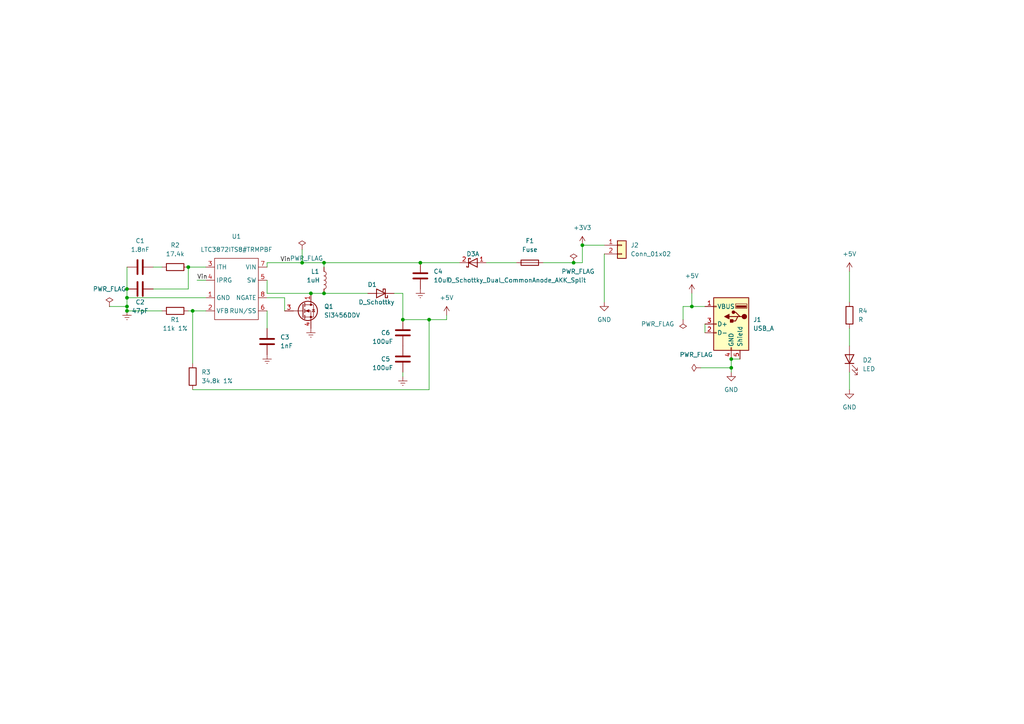
<source format=kicad_sch>
(kicad_sch (version 20211123) (generator eeschema)
  (paper "A4")
  (lib_symbols
    (symbol "Connector:USB_A" (pin_names (offset 1.016))
      (property "Reference" "J" (at -5.08 11.43 0))
      (property "Value" "USB_A" (at -5.08 8.89 0))
      (symbol "USB_A_0_1"
        (rectangle (start -5.08 -7.62) (end 5.08 7.62) (stroke (width 0.254)) (fill (type background)))
        (circle (center -3.81 2.159) (radius 0.635) (stroke (width 0.254)) (fill (type outline)))
        (rectangle (start -1.524 4.826) (end -4.318 5.334) (fill (type outline)))
        (rectangle (start -1.27 4.572) (end -4.572 5.842))
        (circle (center -0.635 3.429) (radius 0.381) (stroke (width 0.254)) (fill (type outline)))
        (rectangle (start -0.127 -7.62) (end 0.127 -6.858))
        (polyline (pts (xy -3.175 2.159) (xy -2.54 2.159) (xy -1.27 3.429) (xy -0.635 3.429)) (stroke (width 0.254)))
        (polyline (pts (xy -2.54 2.159) (xy -1.905 2.159) (xy -1.27 0.889) (xy 0 0.889)) (stroke (width 0.254)))
        (polyline (pts (xy 0.635 2.794) (xy 0.635 1.524) (xy 1.905 2.159) (xy 0.635 2.794)) (stroke (width 0.254)) (fill (type outline)))
        (rectangle (start 0.254 1.27) (end -0.508 0.508) (stroke (width 0.254)) (fill (type outline)))
        (rectangle (start 5.08 -2.667) (end 4.318 -2.413))
        (rectangle (start 5.08 -0.127) (end 4.318 0.127))
        (rectangle (start 5.08 4.953) (end 4.318 5.207))
      )
      (symbol "USB_A_1_1"
        (polyline (pts (xy -1.905 2.159) (xy 0.635 2.159)) (stroke (width 0.254)))
        (pin power_in line (at 7.62 5.08 180) (length 2.54) (name "VBUS") (number "1"))
        (pin bidirectional line (at 7.62 -2.54 180) (length 2.54) (name "D-") (number "2"))
        (pin bidirectional line (at 7.62 0 180) (length 2.54) (name "D+") (number "3"))
        (pin power_in line (at 0 -10.16 90) (length 2.54) (name "GND") (number "4"))
        (pin passive line (at -2.54 -10.16 90) (length 2.54) (name "Shield") (number "5"))
      )
    )
    (symbol "Connector_Generic:Conn_01x02" (pin_names (offset 1.016) hide)
      (property "Reference" "J" (at 0 2.54 0))
      (property "Value" "Conn_01x02" (at 0 -5.08 0))
      (symbol "Conn_01x02_1_1"
        (rectangle (start -1.27 -2.413) (end 0 -2.667) (stroke (width 0.1524)))
        (rectangle (start -1.27 0.127) (end 0 -0.127) (stroke (width 0.1524)))
        (rectangle (start -1.27 1.27) (end 1.27 -3.81) (stroke (width 0.254)) (fill (type background)))
        (pin passive line (at -5.08 0 0) (length 3.81) (name "Pin_1") (number "1"))
        (pin passive line (at -5.08 -2.54 0) (length 3.81) (name "Pin_2") (number "2"))
      )
    )
    (symbol "Device:C" (pin_numbers hide) (pin_names (offset 0.254))
      (property "Reference" "C" (at 0.635 2.54 0))
      (property "Value" "C" (at 0.635 -2.54 0))
      (symbol "C_0_1"
        (polyline (pts (xy -2.032 -0.762) (xy 2.032 -0.762)) (stroke (width 0.508)))
        (polyline (pts (xy -2.032 0.762) (xy 2.032 0.762)) (stroke (width 0.508)))
      )
      (symbol "C_1_1"
        (pin passive line (at 0 3.81 270) (length 2.794) (name "~") (number "1"))
        (pin passive line (at 0 -3.81 90) (length 2.794) (name "~") (number "2"))
      )
    )
    (symbol "Device:D_Schottky" (pin_numbers hide) (pin_names (offset 1.016) hide)
      (property "Reference" "D" (at 0 2.54 0))
      (property "Value" "D_Schottky" (at 0 -2.54 0))
      (symbol "D_Schottky_0_1"
        (polyline (pts (xy 1.27 0) (xy -1.27 0)))
        (polyline (pts (xy 1.27 1.27) (xy 1.27 -1.27) (xy -1.27 0) (xy 1.27 1.27)) (stroke (width 0.254)))
        (polyline (pts (xy -1.905 0.635) (xy -1.905 1.27) (xy -1.27 1.27) (xy -1.27 -1.27) (xy -0.635 -1.27) (xy -0.635 -0.635)) (stroke (width 0.254)))
      )
      (symbol "D_Schottky_1_1"
        (pin passive line (at -3.81 0 0) (length 2.54) (name "K") (number "1"))
        (pin passive line (at 3.81 0 180) (length 2.54) (name "A") (number "2"))
      )
    )
    (symbol "Device:D_Schottky_Dual_CommonAnode_AKK_Split" (pin_names (offset 0.762) hide)
      (property "Reference" "D" (at 0 2.54 0))
      (property "Value" "D_Schottky_Dual_CommonAnode_AKK_Split" (at 0 -2.54 0))
      (symbol "D_Schottky_Dual_CommonAnode_AKK_Split_0_1"
        (polyline (pts (xy -1.27 1.27) (xy 1.27 0) (xy -1.27 -1.27) (xy -1.27 1.27) (xy -1.27 1.27) (xy -1.27 1.27)) (stroke (width 0.254)))
        (polyline (pts (xy 1.778 1.016) (xy 1.778 1.27) (xy 1.27 1.27) (xy 1.27 -1.27) (xy 0.762 -1.27) (xy 0.762 -1.016)) (stroke (width 0.254)))
      )
      (symbol "D_Schottky_Dual_CommonAnode_AKK_Split_1_1"
        (polyline (pts (xy 1.27 0) (xy -1.27 0)))
        (pin passive line (at -3.81 0 0) (length 2.54) (name "A") (number "1"))
        (pin passive line (at 3.81 0 180) (length 2.54) (name "K") (number "2"))
      )
      (symbol "D_Schottky_Dual_CommonAnode_AKK_Split_2_0"
        (polyline (pts (xy 1.27 0) (xy -3.81 0)))
        (text "1" (at -2.54 1.27 0) (effects (font (size 1.27 1.27))))
      )
      (symbol "D_Schottky_Dual_CommonAnode_AKK_Split_2_1"
        (pin passive line (at 3.81 0 180) (length 2.54) (name "K") (number "3"))
      )
    )
    (symbol "Device:Fuse" (pin_numbers hide) (pin_names (offset 0))
      (property "Reference" "F" (at 2.032 0 90))
      (property "Value" "Fuse" (at -1.905 0 90))
      (symbol "Fuse_0_1"
        (rectangle (start -0.762 -2.54) (end 0.762 2.54) (stroke (width 0.254)))
        (polyline (pts (xy 0 2.54) (xy 0 -2.54)))
      )
      (symbol "Fuse_1_1"
        (pin passive line (at 0 3.81 270) (length 1.27) (name "~") (number "1"))
        (pin passive line (at 0 -3.81 90) (length 1.27) (name "~") (number "2"))
      )
    )
    (symbol "Device:L" (pin_numbers hide) (pin_names (offset 1.016) hide)
      (property "Reference" "L" (at -1.27 0 90))
      (property "Value" "L" (at 1.905 0 90))
      (symbol "L_0_1"
        (arc (start 0 -2.54) (mid 0.635 -1.905) (end 0 -1.27))
        (arc (start 0 -1.27) (mid 0.635 -0.635) (end 0 0))
        (arc (start 0 0) (mid 0.635 0.635) (end 0 1.27))
        (arc (start 0 1.27) (mid 0.635 1.905) (end 0 2.54))
      )
      (symbol "L_1_1"
        (pin passive line (at 0 3.81 270) (length 1.27) (name "1") (number "1"))
        (pin passive line (at 0 -3.81 90) (length 1.27) (name "2") (number "2"))
      )
    )
    (symbol "Device:LED" (pin_numbers hide) (pin_names (offset 1.016) hide)
      (property "Reference" "D" (at 0 2.54 0))
      (property "Value" "LED" (at 0 -2.54 0))
      (symbol "LED_0_1"
        (polyline (pts (xy -1.27 -1.27) (xy -1.27 1.27)) (stroke (width 0.254)))
        (polyline (pts (xy -1.27 0) (xy 1.27 0)))
        (polyline (pts (xy 1.27 -1.27) (xy 1.27 1.27) (xy -1.27 0) (xy 1.27 -1.27)) (stroke (width 0.254)))
        (polyline (pts (xy -3.048 -0.762) (xy -4.572 -2.286) (xy -3.81 -2.286) (xy -4.572 -2.286) (xy -4.572 -1.524)))
        (polyline (pts (xy -1.778 -0.762) (xy -3.302 -2.286) (xy -2.54 -2.286) (xy -3.302 -2.286) (xy -3.302 -1.524)))
      )
      (symbol "LED_1_1"
        (pin passive line (at -3.81 0 0) (length 2.54) (name "K") (number "1"))
        (pin passive line (at 3.81 0 180) (length 2.54) (name "A") (number "2"))
      )
    )
    (symbol "Device:R" (pin_numbers hide) (pin_names (offset 0))
      (property "Reference" "R" (at 2.032 0 90))
      (property "Value" "R" (at 0 0 90))
      (symbol "R_0_1"
        (rectangle (start -1.016 -2.54) (end 1.016 2.54) (stroke (width 0.254)))
      )
      (symbol "R_1_1"
        (pin passive line (at 0 3.81 270) (length 1.27) (name "~") (number "1"))
        (pin passive line (at 0 -3.81 90) (length 1.27) (name "~") (number "2"))
      )
    )
    (symbol "New_Library_1:LTC3872ITS8#TRMPBF"
      (property "Reference" "U1" (at 0 15.24 0))
      (property "Value" "LTC3872ITS8#TRMPBF" (at 0 11.43 0))
      (symbol "LTC3872ITS8#TRMPBF_0_1"
        (rectangle (start -6.35 8.89) (end 6.35 -8.89))
      )
      (symbol "LTC3872ITS8#TRMPBF_1_1"
        (pin power_in line (at -8.89 -2.54 0) (length 2.54) (name "GND") (number "1"))
        (pin input line (at -8.89 -6.35 0) (length 2.54) (name "VFB") (number "2"))
        (pin input line (at -8.89 6.35 0) (length 2.54) (name "ITH") (number "3"))
        (pin input line (at -8.89 2.54 0) (length 2.54) (name "IPRG") (number "4"))
        (pin output line (at 8.89 2.54 180) (length 2.54) (name "SW") (number "5"))
        (pin input line (at 8.89 -6.35 180) (length 2.54) (name "RUN/SS") (number "6"))
        (pin power_in line (at 8.89 6.35 180) (length 2.54) (name "VIN") (number "7"))
        (pin passive line (at 8.89 -2.54 180) (length 2.54) (name "NGATE") (number "8"))
      )
    )
    (symbol "Transistor_FET:Si3456DDV" (pin_names hide)
      (property "Reference" "Q" (at 5.08 1.905 0))
      (property "Value" "Si3456DDV" (at 5.08 0 0))
      (symbol "Si3456DDV_0_1"
        (polyline (pts (xy 0.254 0) (xy -2.54 0)))
        (polyline (pts (xy 0.254 1.905) (xy 0.254 -1.905)) (stroke (width 0.254)))
        (polyline (pts (xy 0.762 -1.27) (xy 0.762 -2.286)) (stroke (width 0.254)))
        (polyline (pts (xy 0.762 0.508) (xy 0.762 -0.508)) (stroke (width 0.254)))
        (polyline (pts (xy 0.762 2.286) (xy 0.762 1.27)) (stroke (width 0.254)))
        (polyline (pts (xy 2.54 2.54) (xy 2.54 1.778)))
        (polyline (pts (xy 2.921 0.381) (xy 3.683 0.381)))
        (polyline (pts (xy 2.54 -2.54) (xy 2.54 0) (xy 0.762 0)))
        (polyline (pts (xy 0.762 -1.778) (xy 3.302 -1.778) (xy 3.302 1.778) (xy 0.762 1.778)))
        (polyline (pts (xy 1.016 0) (xy 2.032 0.381) (xy 2.032 -0.381) (xy 1.016 0)) (fill (type outline)))
        (polyline (pts (xy 3.302 0.381) (xy 2.921 -0.254) (xy 3.683 -0.254) (xy 3.302 0.381)))
        (circle (center 1.651 0) (radius 2.794) (stroke (width 0.254)))
        (circle (center 2.54 -1.778) (radius 0.254) (fill (type outline)))
        (circle (center 2.54 1.778) (radius 0.254) (fill (type outline)))
      )
      (symbol "Si3456DDV_1_1"
        (pin passive line (at 2.54 5.08 270) (length 2.54) (name "D") (number "1"))
        (pin passive line (at 2.54 5.08 270) (length 2.54) hide (name "D") (number "2"))
        (pin input line (at -5.08 0 0) (length 2.54) (name "G") (number "3"))
        (pin passive line (at 2.54 -5.08 90) (length 2.54) (name "S") (number "4"))
        (pin passive line (at 2.54 5.08 270) (length 2.54) hide (name "D") (number "5"))
        (pin passive line (at 2.54 5.08 270) (length 2.54) hide (name "D") (number "6"))
      )
    )
    (symbol "power:+3.3V" (power) (pin_names (offset 0))
      (property "Value" "+3.3V" (at 0 3.556 0))
      (symbol "+3.3V_0_1"
        (polyline (pts (xy -0.762 1.27) (xy 0 2.54)))
        (polyline (pts (xy 0 0) (xy 0 2.54)))
        (polyline (pts (xy 0 2.54) (xy 0.762 1.27)))
      )
      (symbol "+3.3V_1_1"
        (pin power_in line (at 0 0 90) (length 0) hide (name "+3V3") (number "1"))
      )
    )
    (symbol "power:+5V" (power) (pin_names (offset 0))
      (property "Value" "+5V" (at 0 3.556 0))
      (symbol "+5V_0_1"
        (polyline (pts (xy -0.762 1.27) (xy 0 2.54)))
        (polyline (pts (xy 0 0) (xy 0 2.54)))
        (polyline (pts (xy 0 2.54) (xy 0.762 1.27)))
      )
      (symbol "+5V_1_1"
        (pin power_in line (at 0 0 90) (length 0) hide (name "+5V") (number "1"))
      )
    )
    (symbol "power:Earth" (power) (pin_names (offset 0))
      (symbol "Earth_0_1"
        (polyline (pts (xy -0.635 -1.905) (xy 0.635 -1.905)))
        (polyline (pts (xy -0.127 -2.54) (xy 0.127 -2.54)))
        (polyline (pts (xy 0 -1.27) (xy 0 0)))
        (polyline (pts (xy 1.27 -1.27) (xy -1.27 -1.27)))
      )
      (symbol "Earth_1_1"
        (pin power_in line (at 0 0 270) (length 0) hide (name "Earth") (number "1"))
      )
    )
    (symbol "power:GND" (power) (pin_names (offset 0))
      (property "Value" "GND" (at 0 -3.81 0))
      (symbol "GND_0_1"
        (polyline (pts (xy 0 0) (xy 0 -1.27) (xy 1.27 -1.27) (xy 0 -2.54) (xy -1.27 -1.27) (xy 0 -1.27)))
      )
      (symbol "GND_1_1"
        (pin power_in line (at 0 0 270) (length 0) hide (name "GND") (number "1"))
      )
    )
    (symbol "power:PWR_FLAG" (power) (pin_numbers hide) (pin_names (offset 0) hide)
      (property "Value" "PWR_FLAG" (at 0 3.81 0))
      (symbol "PWR_FLAG_0_0"
        (pin power_out line (at 0 0 90) (length 0) (name "pwr") (number "1"))
      )
      (symbol "PWR_FLAG_0_1"
        (polyline (pts (xy 0 0) (xy 0 1.27) (xy -1.016 1.905) (xy 0 2.54) (xy 1.016 1.905) (xy 0 1.27)))
      )
    )
  )
  (junction (at 36.83 83.82))
  (junction (at 200.66 88.9))
  (junction (at 212.09 106.68))
  (junction (at 90.17 85.09))
  (junction (at 36.83 90.17))
  (junction (at 36.83 88.9))
  (junction (at 124.46 92.71))
  (junction (at 36.83 86.36))
  (junction (at 55.88 90.17))
  (junction (at 166.37 76.2))
  (junction (at 168.91 71.12))
  (junction (at 87.63 76.2))
  (junction (at 93.98 85.09))
  (junction (at 121.92 76.2))
  (junction (at 116.84 92.71))
  (junction (at 54.61 77.47))
  (junction (at 212.09 104.14))
  (junction (at 93.98 76.2))
  (wire (pts (xy 140.97 76.2) (xy 149.86 76.2)))
  (wire (pts (xy 77.47 85.09) (xy 77.47 81.28)))
  (wire (pts (xy 246.38 113.03) (xy 246.38 107.95)))
  (wire (pts (xy 55.88 90.17) (xy 55.88 105.41)))
  (wire (pts (xy 54.61 83.82) (xy 54.61 77.47)))
  (wire (pts (xy 175.26 73.66) (xy 175.26 87.63)))
  (wire (pts (xy 55.88 113.03) (xy 124.46 113.03)))
  (wire (pts (xy 212.09 106.68) (xy 212.09 107.95)))
  (wire (pts (xy 55.88 90.17) (xy 59.69 90.17)))
  (wire (pts (xy 54.61 77.47) (xy 59.69 77.47)))
  (wire (pts (xy 44.45 77.47) (xy 46.99 77.47)))
  (wire (pts (xy 175.26 71.12) (xy 168.91 71.12)))
  (wire (pts (xy 54.61 90.17) (xy 55.88 90.17)))
  (wire (pts (xy 77.47 76.2) (xy 77.47 77.47)))
  (wire (pts (xy 77.47 85.09) (xy 90.17 85.09)))
  (wire (pts (xy 168.91 71.12) (xy 168.91 76.2)))
  (wire (pts (xy 121.92 76.2) (xy 133.35 76.2)))
  (wire (pts (xy 87.63 72.39) (xy 87.63 76.2)))
  (wire (pts (xy 57.15 81.28) (xy 59.69 81.28)))
  (wire (pts (xy 114.3 85.09) (xy 116.84 85.09)))
  (wire (pts (xy 44.45 83.82) (xy 54.61 83.82)))
  (wire (pts (xy 93.98 85.09) (xy 106.68 85.09)))
  (wire (pts (xy 200.66 85.09) (xy 200.66 88.9)))
  (wire (pts (xy 46.99 90.17) (xy 36.83 90.17)))
  (wire (pts (xy 212.09 104.14) (xy 214.63 104.14)))
  (wire (pts (xy 124.46 113.03) (xy 124.46 92.71)))
  (wire (pts (xy 198.12 92.71) (xy 198.12 88.9)))
  (wire (pts (xy 93.98 76.2) (xy 121.92 76.2)))
  (wire (pts (xy 157.48 76.2) (xy 166.37 76.2)))
  (wire (pts (xy 116.84 92.71) (xy 124.46 92.71)))
  (wire (pts (xy 36.83 83.82) (xy 36.83 86.36)))
  (wire (pts (xy 200.66 88.9) (xy 198.12 88.9)))
  (wire (pts (xy 31.75 88.9) (xy 36.83 88.9)))
  (wire (pts (xy 77.47 86.36) (xy 82.55 86.36)))
  (wire (pts (xy 36.83 88.9) (xy 36.83 90.17)))
  (wire (pts (xy 82.55 86.36) (xy 82.55 90.17)))
  (wire (pts (xy 93.98 76.2) (xy 93.98 77.47)))
  (wire (pts (xy 203.2 106.68) (xy 212.09 106.68)))
  (wire (pts (xy 90.17 85.09) (xy 93.98 85.09)))
  (wire (pts (xy 212.09 104.14) (xy 212.09 106.68)))
  (wire (pts (xy 246.38 78.74) (xy 246.38 87.63)))
  (wire (pts (xy 36.83 86.36) (xy 59.69 86.36)))
  (wire (pts (xy 77.47 90.17) (xy 77.47 95.25)))
  (wire (pts (xy 124.46 92.71) (xy 129.54 92.71)))
  (wire (pts (xy 246.38 95.25) (xy 246.38 100.33)))
  (wire (pts (xy 77.47 76.2) (xy 87.63 76.2)))
  (wire (pts (xy 36.83 86.36) (xy 36.83 88.9)))
  (wire (pts (xy 36.83 77.47) (xy 36.83 83.82)))
  (wire (pts (xy 129.54 91.44) (xy 129.54 92.71)))
  (wire (pts (xy 116.84 109.22) (xy 116.84 107.95)))
  (wire (pts (xy 204.47 93.98) (xy 204.47 96.52)))
  (wire (pts (xy 204.47 88.9) (xy 200.66 88.9)))
  (wire (pts (xy 87.63 76.2) (xy 93.98 76.2)))
  (wire (pts (xy 168.91 76.2) (xy 166.37 76.2)))
  (wire (pts (xy 116.84 85.09) (xy 116.84 92.71)))
  (label "Vin" (at 57.15 81.28 0))
  (label "Vin" (at 81.28 76.2 0))
  (symbol (lib_id "Device:R") (at 246.38 91.44 0) (unit 1)
    (property "Reference" "R4" (at 248.92 90.1699 0) (effects (justify left)))
    (property "Value" "R" (at 248.92 92.7099 0) (effects (justify left)))
  )
  (symbol (lib_id "Device:D_Schottky_Dual_CommonAnode_AKK_Split") (at 137.16 76.2 180) (unit 1)
    (property "Reference" "D3" (at 137.16 73.66 0))
    (property "Value" "D_Schottky_Dual_CommonAnode_AKK_Split" (at 149.86 81.28 0))
  )
  (symbol (lib_id "Connector:USB_A") (at 212.09 93.98 0) (mirror y) (unit 1)
    (property "Reference" "J1" (at 218.44 92.7099 0) (effects (justify right)))
    (property "Value" "USB_A" (at 218.44 95.2499 0) (effects (justify right)))
    (property "Datasheet" " ~" (effects hide))
  )
  (symbol (lib_id "power:PWR_FLAG") (at 198.12 92.71 0) (mirror x) (unit 1)
    (property "Reference" "#FLG0104" (effects hide))
    (property "Value" "PWR_FLAG" (at 195.58 93.9799 0) (effects (justify right)))
  )
  (symbol (lib_id "Transistor_FET:Si3456DDV") (at 87.63 90.17 0) (unit 1)
    (property "Reference" "Q1" (at 93.98 88.8999 0) (effects (justify left)))
    (property "Value" "Si3456DDV" (at 93.98 91.4399 0) (effects (justify left)))
    (property "Footprint" "Package_SO:TSOP-6_1.65x3.05mm_P0.95mm" (effects hide))
    (property "Datasheet" "https://www.vishay.com/docs/69075/si3456ddv.pdf" (effects hide))
  )
  (symbol (lib_id "power:GND") (at 212.09 107.95 0) (unit 1)
    (property "Reference" "#PWR02" (effects hide))
    (property "Value" "GND" (at 212.09 113.03 0))
  )
  (symbol (lib_id "Device:R") (at 50.8 90.17 270) (unit 1)
    (property "Reference" "R1" (at 50.8 92.71 90))
    (property "Value" "11k 1%" (at 50.8 95.25 90))
  )
  (symbol (lib_id "Device:C") (at 40.64 83.82 270) (unit 1)
    (property "Reference" "C2" (at 40.64 87.63 90))
    (property "Value" "47pF" (at 40.64 90.17 90))
  )
  (symbol (lib_id "power:Earth") (at 36.83 90.17 0) (unit 1)
    (property "Reference" "#PWR0107" (effects hide))
    (property "Value" "Earth" (effects hide))
  )
  (symbol (lib_id "Connector_Generic:Conn_01x02") (at 180.34 71.12 0) (unit 1)
    (property "Reference" "J2" (at 182.88 71.1199 0) (effects (justify left)))
    (property "Value" "Conn_01x02" (at 182.88 73.6599 0) (effects (justify left)))
  )
  (symbol (lib_id "Device:R") (at 50.8 77.47 270) (unit 1)
    (property "Reference" "R2" (at 50.8 71.12 90))
    (property "Value" "17.4k" (at 50.8 73.66 90))
  )
  (symbol (lib_id "Device:C") (at 77.47 99.06 0) (unit 1)
    (property "Reference" "C3" (at 81.28 97.7899 0) (effects (justify left)))
    (property "Value" "1nF" (at 81.28 100.3299 0) (effects (justify left)))
  )
  (symbol (lib_id "New_Library_1:LTC3872ITS8#TRMPBF") (at 68.58 83.82 0) (unit 1)
    (property "Reference" "U1" (at 68.58 68.58 0))
    (property "Value" "LTC3872ITS8#TRMPBF" (at 68.58 72.39 0))
  )
  (symbol (lib_id "Device:C") (at 116.84 96.52 0) (unit 1)
    (property "Reference" "C6" (at 110.49 96.52 0) (effects (justify left)))
    (property "Value" "100uF" (at 107.95 99.06 0) (effects (justify left)))
  )
  (symbol (lib_id "Device:C") (at 40.64 77.47 270) (unit 1)
    (property "Reference" "C1" (at 40.64 69.85 90))
    (property "Value" "1.8nF" (at 40.64 72.39 90))
  )
  (symbol (lib_id "power:PWR_FLAG") (at 166.37 76.2 0) (unit 1)
    (property "Reference" "#FLG0101" (effects hide))
    (property "Value" "PWR_FLAG" (at 167.64 78.74 0))
  )
  (symbol (lib_id "power:+5V") (at 200.66 85.09 0) (unit 1)
    (property "Reference" "#PWR0105" (effects hide))
    (property "Value" "+5V" (at 200.66 80.01 0))
  )
  (symbol (lib_id "power:PWR_FLAG") (at 203.2 106.68 90) (unit 1)
    (property "Reference" "#FLG0103" (effects hide))
    (property "Value" "PWR_FLAG" (at 201.93 102.87 90))
  )
  (symbol (lib_id "power:Earth") (at 90.17 95.25 0) (unit 1)
    (property "Reference" "#PWR0102" (effects hide))
    (property "Value" "Earth" (effects hide))
  )
  (symbol (lib_id "power:GND") (at 175.26 87.63 0) (unit 1)
    (property "Reference" "#PWR04" (effects hide))
    (property "Value" "GND" (at 175.26 92.71 0))
  )
  (symbol (lib_id "Device:L") (at 93.98 81.28 0) (unit 1)
    (property "Reference" "L1" (at 90.17 78.74 0) (effects (justify left)))
    (property "Value" "1uH" (at 88.9 81.28 0) (effects (justify left)))
  )
  (symbol (lib_id "power:+3.3V") (at 168.91 71.12 0) (unit 1)
    (property "Reference" "#PWR0103" (effects hide))
    (property "Value" "+3.3V" (at 168.91 66.04 0))
  )
  (symbol (lib_id "Device:LED") (at 246.38 104.14 90) (unit 1)
    (property "Reference" "D2" (at 250.19 104.4574 90) (effects (justify right)))
    (property "Value" "LED" (at 250.19 106.9974 90) (effects (justify right)))
  )
  (symbol (lib_id "power:Earth") (at 121.92 83.82 0) (unit 1)
    (property "Reference" "#PWR0104" (effects hide))
    (property "Value" "Earth" (effects hide))
  )
  (symbol (lib_id "Device:D_Schottky") (at 110.49 85.09 180) (unit 1)
    (property "Reference" "D1" (at 107.95 82.55 0))
    (property "Value" "D_Schottky" (at 109.22 87.63 0))
  )
  (symbol (lib_id "power:+5V") (at 246.38 78.74 0) (unit 1)
    (property "Reference" "#PWR0108" (effects hide))
    (property "Value" "+5V" (at 246.38 73.66 0))
  )
  (symbol (lib_id "Device:R") (at 55.88 109.22 180) (unit 1)
    (property "Reference" "R3" (at 58.42 107.9499 0) (effects (justify right)))
    (property "Value" " 34.8k 1%" (at 58.42 110.4899 0) (effects (justify right)))
  )
  (symbol (lib_id "power:PWR_FLAG") (at 87.63 72.39 0) (unit 1)
    (property "Reference" "#FLG0105" (effects hide))
    (property "Value" "PWR_FLAG" (at 88.9 74.93 0))
  )
  (symbol (lib_id "power:Earth") (at 77.47 102.87 0) (unit 1)
    (property "Reference" "#PWR0106" (effects hide))
    (property "Value" "Earth" (effects hide))
  )
  (symbol (lib_id "Device:C") (at 121.92 80.01 0) (unit 1)
    (property "Reference" "C4" (at 125.73 78.7399 0) (effects (justify left)))
    (property "Value" "10uF" (at 125.73 81.2799 0) (effects (justify left)))
  )
  (symbol (lib_id "power:PWR_FLAG") (at 31.75 88.9 0) (unit 1)
    (property "Reference" "#FLG0102" (effects hide))
    (property "Value" "PWR_FLAG" (at 31.75 83.82 0))
  )
  (symbol (lib_id "power:Earth") (at 116.84 109.22 0) (unit 1)
    (property "Reference" "#PWR0101" (effects hide))
    (property "Value" "Earth" (effects hide))
  )
  (symbol (lib_id "power:+5V") (at 129.54 91.44 0) (unit 1)
    (property "Reference" "#PWR01" (effects hide))
    (property "Value" "+5V" (at 129.54 86.36 0))
  )
  (symbol (lib_id "Device:Fuse") (at 153.67 76.2 90) (unit 1)
    (property "Reference" "F1" (at 153.67 69.85 90))
    (property "Value" "Fuse" (at 153.67 72.39 90))
  )
  (symbol (lib_id "Device:C") (at 116.84 104.14 0) (unit 1)
    (property "Reference" "C5" (at 110.49 104.14 0) (effects (justify left)))
    (property "Value" "100uF" (at 107.95 106.68 0) (effects (justify left)))
  )
  (symbol (lib_id "power:GND") (at 246.38 113.03 0) (unit 1)
    (property "Reference" "#PWR03" (effects hide))
    (property "Value" "GND" (at 246.38 118.11 0))
  )
)
</source>
